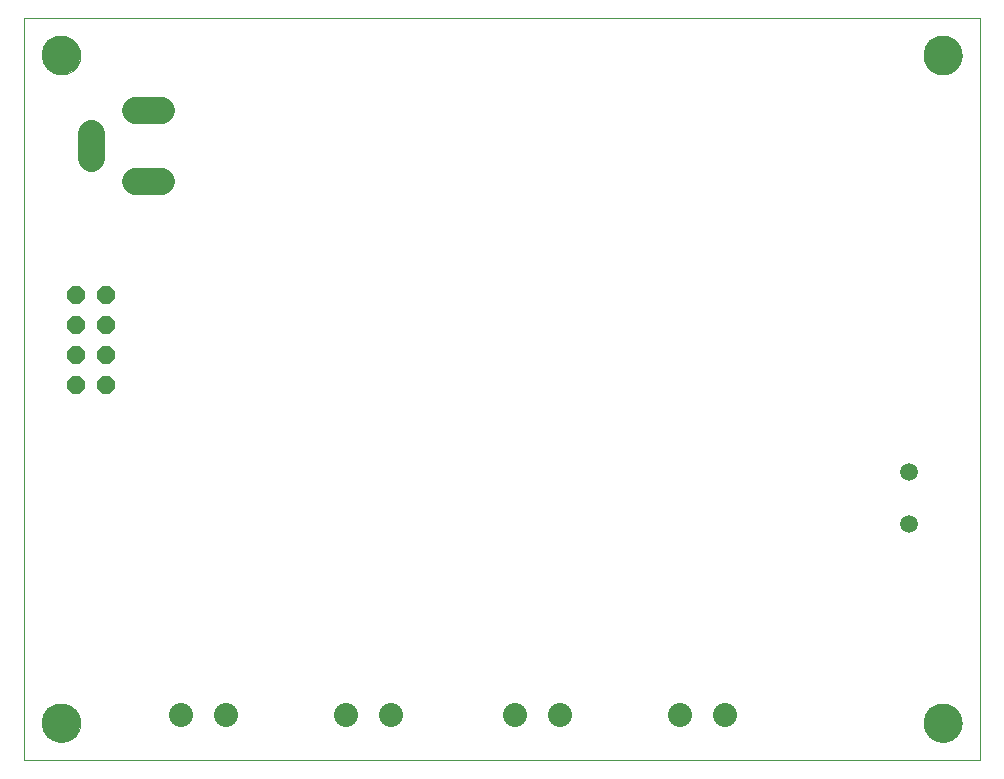
<source format=gbs>
G75*
%MOIN*%
%OFA0B0*%
%FSLAX25Y25*%
%IPPOS*%
%LPD*%
%AMOC8*
5,1,8,0,0,1.08239X$1,22.5*
%
%ADD10C,0.00000*%
%ADD11C,0.12998*%
%ADD12C,0.09000*%
%ADD13C,0.08000*%
%ADD14OC8,0.06000*%
%ADD15C,0.05943*%
D10*
X0077433Y0110435D02*
X0077433Y0357895D01*
X0396134Y0357895D01*
X0396134Y0110435D01*
X0077433Y0110435D01*
X0083634Y0122935D02*
X0083636Y0123093D01*
X0083642Y0123251D01*
X0083652Y0123409D01*
X0083666Y0123567D01*
X0083684Y0123724D01*
X0083705Y0123881D01*
X0083731Y0124037D01*
X0083761Y0124193D01*
X0083794Y0124348D01*
X0083832Y0124501D01*
X0083873Y0124654D01*
X0083918Y0124806D01*
X0083967Y0124957D01*
X0084020Y0125106D01*
X0084076Y0125254D01*
X0084136Y0125400D01*
X0084200Y0125545D01*
X0084268Y0125688D01*
X0084339Y0125830D01*
X0084413Y0125970D01*
X0084491Y0126107D01*
X0084573Y0126243D01*
X0084657Y0126377D01*
X0084746Y0126508D01*
X0084837Y0126637D01*
X0084932Y0126764D01*
X0085029Y0126889D01*
X0085130Y0127011D01*
X0085234Y0127130D01*
X0085341Y0127247D01*
X0085451Y0127361D01*
X0085564Y0127472D01*
X0085679Y0127581D01*
X0085797Y0127686D01*
X0085918Y0127788D01*
X0086041Y0127888D01*
X0086167Y0127984D01*
X0086295Y0128077D01*
X0086425Y0128167D01*
X0086558Y0128253D01*
X0086693Y0128337D01*
X0086829Y0128416D01*
X0086968Y0128493D01*
X0087109Y0128565D01*
X0087251Y0128635D01*
X0087395Y0128700D01*
X0087541Y0128762D01*
X0087688Y0128820D01*
X0087837Y0128875D01*
X0087987Y0128926D01*
X0088138Y0128973D01*
X0088290Y0129016D01*
X0088443Y0129055D01*
X0088598Y0129091D01*
X0088753Y0129122D01*
X0088909Y0129150D01*
X0089065Y0129174D01*
X0089222Y0129194D01*
X0089380Y0129210D01*
X0089537Y0129222D01*
X0089696Y0129230D01*
X0089854Y0129234D01*
X0090012Y0129234D01*
X0090170Y0129230D01*
X0090329Y0129222D01*
X0090486Y0129210D01*
X0090644Y0129194D01*
X0090801Y0129174D01*
X0090957Y0129150D01*
X0091113Y0129122D01*
X0091268Y0129091D01*
X0091423Y0129055D01*
X0091576Y0129016D01*
X0091728Y0128973D01*
X0091879Y0128926D01*
X0092029Y0128875D01*
X0092178Y0128820D01*
X0092325Y0128762D01*
X0092471Y0128700D01*
X0092615Y0128635D01*
X0092757Y0128565D01*
X0092898Y0128493D01*
X0093037Y0128416D01*
X0093173Y0128337D01*
X0093308Y0128253D01*
X0093441Y0128167D01*
X0093571Y0128077D01*
X0093699Y0127984D01*
X0093825Y0127888D01*
X0093948Y0127788D01*
X0094069Y0127686D01*
X0094187Y0127581D01*
X0094302Y0127472D01*
X0094415Y0127361D01*
X0094525Y0127247D01*
X0094632Y0127130D01*
X0094736Y0127011D01*
X0094837Y0126889D01*
X0094934Y0126764D01*
X0095029Y0126637D01*
X0095120Y0126508D01*
X0095209Y0126377D01*
X0095293Y0126243D01*
X0095375Y0126107D01*
X0095453Y0125970D01*
X0095527Y0125830D01*
X0095598Y0125688D01*
X0095666Y0125545D01*
X0095730Y0125400D01*
X0095790Y0125254D01*
X0095846Y0125106D01*
X0095899Y0124957D01*
X0095948Y0124806D01*
X0095993Y0124654D01*
X0096034Y0124501D01*
X0096072Y0124348D01*
X0096105Y0124193D01*
X0096135Y0124037D01*
X0096161Y0123881D01*
X0096182Y0123724D01*
X0096200Y0123567D01*
X0096214Y0123409D01*
X0096224Y0123251D01*
X0096230Y0123093D01*
X0096232Y0122935D01*
X0096230Y0122777D01*
X0096224Y0122619D01*
X0096214Y0122461D01*
X0096200Y0122303D01*
X0096182Y0122146D01*
X0096161Y0121989D01*
X0096135Y0121833D01*
X0096105Y0121677D01*
X0096072Y0121522D01*
X0096034Y0121369D01*
X0095993Y0121216D01*
X0095948Y0121064D01*
X0095899Y0120913D01*
X0095846Y0120764D01*
X0095790Y0120616D01*
X0095730Y0120470D01*
X0095666Y0120325D01*
X0095598Y0120182D01*
X0095527Y0120040D01*
X0095453Y0119900D01*
X0095375Y0119763D01*
X0095293Y0119627D01*
X0095209Y0119493D01*
X0095120Y0119362D01*
X0095029Y0119233D01*
X0094934Y0119106D01*
X0094837Y0118981D01*
X0094736Y0118859D01*
X0094632Y0118740D01*
X0094525Y0118623D01*
X0094415Y0118509D01*
X0094302Y0118398D01*
X0094187Y0118289D01*
X0094069Y0118184D01*
X0093948Y0118082D01*
X0093825Y0117982D01*
X0093699Y0117886D01*
X0093571Y0117793D01*
X0093441Y0117703D01*
X0093308Y0117617D01*
X0093173Y0117533D01*
X0093037Y0117454D01*
X0092898Y0117377D01*
X0092757Y0117305D01*
X0092615Y0117235D01*
X0092471Y0117170D01*
X0092325Y0117108D01*
X0092178Y0117050D01*
X0092029Y0116995D01*
X0091879Y0116944D01*
X0091728Y0116897D01*
X0091576Y0116854D01*
X0091423Y0116815D01*
X0091268Y0116779D01*
X0091113Y0116748D01*
X0090957Y0116720D01*
X0090801Y0116696D01*
X0090644Y0116676D01*
X0090486Y0116660D01*
X0090329Y0116648D01*
X0090170Y0116640D01*
X0090012Y0116636D01*
X0089854Y0116636D01*
X0089696Y0116640D01*
X0089537Y0116648D01*
X0089380Y0116660D01*
X0089222Y0116676D01*
X0089065Y0116696D01*
X0088909Y0116720D01*
X0088753Y0116748D01*
X0088598Y0116779D01*
X0088443Y0116815D01*
X0088290Y0116854D01*
X0088138Y0116897D01*
X0087987Y0116944D01*
X0087837Y0116995D01*
X0087688Y0117050D01*
X0087541Y0117108D01*
X0087395Y0117170D01*
X0087251Y0117235D01*
X0087109Y0117305D01*
X0086968Y0117377D01*
X0086829Y0117454D01*
X0086693Y0117533D01*
X0086558Y0117617D01*
X0086425Y0117703D01*
X0086295Y0117793D01*
X0086167Y0117886D01*
X0086041Y0117982D01*
X0085918Y0118082D01*
X0085797Y0118184D01*
X0085679Y0118289D01*
X0085564Y0118398D01*
X0085451Y0118509D01*
X0085341Y0118623D01*
X0085234Y0118740D01*
X0085130Y0118859D01*
X0085029Y0118981D01*
X0084932Y0119106D01*
X0084837Y0119233D01*
X0084746Y0119362D01*
X0084657Y0119493D01*
X0084573Y0119627D01*
X0084491Y0119763D01*
X0084413Y0119900D01*
X0084339Y0120040D01*
X0084268Y0120182D01*
X0084200Y0120325D01*
X0084136Y0120470D01*
X0084076Y0120616D01*
X0084020Y0120764D01*
X0083967Y0120913D01*
X0083918Y0121064D01*
X0083873Y0121216D01*
X0083832Y0121369D01*
X0083794Y0121522D01*
X0083761Y0121677D01*
X0083731Y0121833D01*
X0083705Y0121989D01*
X0083684Y0122146D01*
X0083666Y0122303D01*
X0083652Y0122461D01*
X0083642Y0122619D01*
X0083636Y0122777D01*
X0083634Y0122935D01*
X0083634Y0345435D02*
X0083636Y0345593D01*
X0083642Y0345751D01*
X0083652Y0345909D01*
X0083666Y0346067D01*
X0083684Y0346224D01*
X0083705Y0346381D01*
X0083731Y0346537D01*
X0083761Y0346693D01*
X0083794Y0346848D01*
X0083832Y0347001D01*
X0083873Y0347154D01*
X0083918Y0347306D01*
X0083967Y0347457D01*
X0084020Y0347606D01*
X0084076Y0347754D01*
X0084136Y0347900D01*
X0084200Y0348045D01*
X0084268Y0348188D01*
X0084339Y0348330D01*
X0084413Y0348470D01*
X0084491Y0348607D01*
X0084573Y0348743D01*
X0084657Y0348877D01*
X0084746Y0349008D01*
X0084837Y0349137D01*
X0084932Y0349264D01*
X0085029Y0349389D01*
X0085130Y0349511D01*
X0085234Y0349630D01*
X0085341Y0349747D01*
X0085451Y0349861D01*
X0085564Y0349972D01*
X0085679Y0350081D01*
X0085797Y0350186D01*
X0085918Y0350288D01*
X0086041Y0350388D01*
X0086167Y0350484D01*
X0086295Y0350577D01*
X0086425Y0350667D01*
X0086558Y0350753D01*
X0086693Y0350837D01*
X0086829Y0350916D01*
X0086968Y0350993D01*
X0087109Y0351065D01*
X0087251Y0351135D01*
X0087395Y0351200D01*
X0087541Y0351262D01*
X0087688Y0351320D01*
X0087837Y0351375D01*
X0087987Y0351426D01*
X0088138Y0351473D01*
X0088290Y0351516D01*
X0088443Y0351555D01*
X0088598Y0351591D01*
X0088753Y0351622D01*
X0088909Y0351650D01*
X0089065Y0351674D01*
X0089222Y0351694D01*
X0089380Y0351710D01*
X0089537Y0351722D01*
X0089696Y0351730D01*
X0089854Y0351734D01*
X0090012Y0351734D01*
X0090170Y0351730D01*
X0090329Y0351722D01*
X0090486Y0351710D01*
X0090644Y0351694D01*
X0090801Y0351674D01*
X0090957Y0351650D01*
X0091113Y0351622D01*
X0091268Y0351591D01*
X0091423Y0351555D01*
X0091576Y0351516D01*
X0091728Y0351473D01*
X0091879Y0351426D01*
X0092029Y0351375D01*
X0092178Y0351320D01*
X0092325Y0351262D01*
X0092471Y0351200D01*
X0092615Y0351135D01*
X0092757Y0351065D01*
X0092898Y0350993D01*
X0093037Y0350916D01*
X0093173Y0350837D01*
X0093308Y0350753D01*
X0093441Y0350667D01*
X0093571Y0350577D01*
X0093699Y0350484D01*
X0093825Y0350388D01*
X0093948Y0350288D01*
X0094069Y0350186D01*
X0094187Y0350081D01*
X0094302Y0349972D01*
X0094415Y0349861D01*
X0094525Y0349747D01*
X0094632Y0349630D01*
X0094736Y0349511D01*
X0094837Y0349389D01*
X0094934Y0349264D01*
X0095029Y0349137D01*
X0095120Y0349008D01*
X0095209Y0348877D01*
X0095293Y0348743D01*
X0095375Y0348607D01*
X0095453Y0348470D01*
X0095527Y0348330D01*
X0095598Y0348188D01*
X0095666Y0348045D01*
X0095730Y0347900D01*
X0095790Y0347754D01*
X0095846Y0347606D01*
X0095899Y0347457D01*
X0095948Y0347306D01*
X0095993Y0347154D01*
X0096034Y0347001D01*
X0096072Y0346848D01*
X0096105Y0346693D01*
X0096135Y0346537D01*
X0096161Y0346381D01*
X0096182Y0346224D01*
X0096200Y0346067D01*
X0096214Y0345909D01*
X0096224Y0345751D01*
X0096230Y0345593D01*
X0096232Y0345435D01*
X0096230Y0345277D01*
X0096224Y0345119D01*
X0096214Y0344961D01*
X0096200Y0344803D01*
X0096182Y0344646D01*
X0096161Y0344489D01*
X0096135Y0344333D01*
X0096105Y0344177D01*
X0096072Y0344022D01*
X0096034Y0343869D01*
X0095993Y0343716D01*
X0095948Y0343564D01*
X0095899Y0343413D01*
X0095846Y0343264D01*
X0095790Y0343116D01*
X0095730Y0342970D01*
X0095666Y0342825D01*
X0095598Y0342682D01*
X0095527Y0342540D01*
X0095453Y0342400D01*
X0095375Y0342263D01*
X0095293Y0342127D01*
X0095209Y0341993D01*
X0095120Y0341862D01*
X0095029Y0341733D01*
X0094934Y0341606D01*
X0094837Y0341481D01*
X0094736Y0341359D01*
X0094632Y0341240D01*
X0094525Y0341123D01*
X0094415Y0341009D01*
X0094302Y0340898D01*
X0094187Y0340789D01*
X0094069Y0340684D01*
X0093948Y0340582D01*
X0093825Y0340482D01*
X0093699Y0340386D01*
X0093571Y0340293D01*
X0093441Y0340203D01*
X0093308Y0340117D01*
X0093173Y0340033D01*
X0093037Y0339954D01*
X0092898Y0339877D01*
X0092757Y0339805D01*
X0092615Y0339735D01*
X0092471Y0339670D01*
X0092325Y0339608D01*
X0092178Y0339550D01*
X0092029Y0339495D01*
X0091879Y0339444D01*
X0091728Y0339397D01*
X0091576Y0339354D01*
X0091423Y0339315D01*
X0091268Y0339279D01*
X0091113Y0339248D01*
X0090957Y0339220D01*
X0090801Y0339196D01*
X0090644Y0339176D01*
X0090486Y0339160D01*
X0090329Y0339148D01*
X0090170Y0339140D01*
X0090012Y0339136D01*
X0089854Y0339136D01*
X0089696Y0339140D01*
X0089537Y0339148D01*
X0089380Y0339160D01*
X0089222Y0339176D01*
X0089065Y0339196D01*
X0088909Y0339220D01*
X0088753Y0339248D01*
X0088598Y0339279D01*
X0088443Y0339315D01*
X0088290Y0339354D01*
X0088138Y0339397D01*
X0087987Y0339444D01*
X0087837Y0339495D01*
X0087688Y0339550D01*
X0087541Y0339608D01*
X0087395Y0339670D01*
X0087251Y0339735D01*
X0087109Y0339805D01*
X0086968Y0339877D01*
X0086829Y0339954D01*
X0086693Y0340033D01*
X0086558Y0340117D01*
X0086425Y0340203D01*
X0086295Y0340293D01*
X0086167Y0340386D01*
X0086041Y0340482D01*
X0085918Y0340582D01*
X0085797Y0340684D01*
X0085679Y0340789D01*
X0085564Y0340898D01*
X0085451Y0341009D01*
X0085341Y0341123D01*
X0085234Y0341240D01*
X0085130Y0341359D01*
X0085029Y0341481D01*
X0084932Y0341606D01*
X0084837Y0341733D01*
X0084746Y0341862D01*
X0084657Y0341993D01*
X0084573Y0342127D01*
X0084491Y0342263D01*
X0084413Y0342400D01*
X0084339Y0342540D01*
X0084268Y0342682D01*
X0084200Y0342825D01*
X0084136Y0342970D01*
X0084076Y0343116D01*
X0084020Y0343264D01*
X0083967Y0343413D01*
X0083918Y0343564D01*
X0083873Y0343716D01*
X0083832Y0343869D01*
X0083794Y0344022D01*
X0083761Y0344177D01*
X0083731Y0344333D01*
X0083705Y0344489D01*
X0083684Y0344646D01*
X0083666Y0344803D01*
X0083652Y0344961D01*
X0083642Y0345119D01*
X0083636Y0345277D01*
X0083634Y0345435D01*
X0377384Y0345435D02*
X0377386Y0345593D01*
X0377392Y0345751D01*
X0377402Y0345909D01*
X0377416Y0346067D01*
X0377434Y0346224D01*
X0377455Y0346381D01*
X0377481Y0346537D01*
X0377511Y0346693D01*
X0377544Y0346848D01*
X0377582Y0347001D01*
X0377623Y0347154D01*
X0377668Y0347306D01*
X0377717Y0347457D01*
X0377770Y0347606D01*
X0377826Y0347754D01*
X0377886Y0347900D01*
X0377950Y0348045D01*
X0378018Y0348188D01*
X0378089Y0348330D01*
X0378163Y0348470D01*
X0378241Y0348607D01*
X0378323Y0348743D01*
X0378407Y0348877D01*
X0378496Y0349008D01*
X0378587Y0349137D01*
X0378682Y0349264D01*
X0378779Y0349389D01*
X0378880Y0349511D01*
X0378984Y0349630D01*
X0379091Y0349747D01*
X0379201Y0349861D01*
X0379314Y0349972D01*
X0379429Y0350081D01*
X0379547Y0350186D01*
X0379668Y0350288D01*
X0379791Y0350388D01*
X0379917Y0350484D01*
X0380045Y0350577D01*
X0380175Y0350667D01*
X0380308Y0350753D01*
X0380443Y0350837D01*
X0380579Y0350916D01*
X0380718Y0350993D01*
X0380859Y0351065D01*
X0381001Y0351135D01*
X0381145Y0351200D01*
X0381291Y0351262D01*
X0381438Y0351320D01*
X0381587Y0351375D01*
X0381737Y0351426D01*
X0381888Y0351473D01*
X0382040Y0351516D01*
X0382193Y0351555D01*
X0382348Y0351591D01*
X0382503Y0351622D01*
X0382659Y0351650D01*
X0382815Y0351674D01*
X0382972Y0351694D01*
X0383130Y0351710D01*
X0383287Y0351722D01*
X0383446Y0351730D01*
X0383604Y0351734D01*
X0383762Y0351734D01*
X0383920Y0351730D01*
X0384079Y0351722D01*
X0384236Y0351710D01*
X0384394Y0351694D01*
X0384551Y0351674D01*
X0384707Y0351650D01*
X0384863Y0351622D01*
X0385018Y0351591D01*
X0385173Y0351555D01*
X0385326Y0351516D01*
X0385478Y0351473D01*
X0385629Y0351426D01*
X0385779Y0351375D01*
X0385928Y0351320D01*
X0386075Y0351262D01*
X0386221Y0351200D01*
X0386365Y0351135D01*
X0386507Y0351065D01*
X0386648Y0350993D01*
X0386787Y0350916D01*
X0386923Y0350837D01*
X0387058Y0350753D01*
X0387191Y0350667D01*
X0387321Y0350577D01*
X0387449Y0350484D01*
X0387575Y0350388D01*
X0387698Y0350288D01*
X0387819Y0350186D01*
X0387937Y0350081D01*
X0388052Y0349972D01*
X0388165Y0349861D01*
X0388275Y0349747D01*
X0388382Y0349630D01*
X0388486Y0349511D01*
X0388587Y0349389D01*
X0388684Y0349264D01*
X0388779Y0349137D01*
X0388870Y0349008D01*
X0388959Y0348877D01*
X0389043Y0348743D01*
X0389125Y0348607D01*
X0389203Y0348470D01*
X0389277Y0348330D01*
X0389348Y0348188D01*
X0389416Y0348045D01*
X0389480Y0347900D01*
X0389540Y0347754D01*
X0389596Y0347606D01*
X0389649Y0347457D01*
X0389698Y0347306D01*
X0389743Y0347154D01*
X0389784Y0347001D01*
X0389822Y0346848D01*
X0389855Y0346693D01*
X0389885Y0346537D01*
X0389911Y0346381D01*
X0389932Y0346224D01*
X0389950Y0346067D01*
X0389964Y0345909D01*
X0389974Y0345751D01*
X0389980Y0345593D01*
X0389982Y0345435D01*
X0389980Y0345277D01*
X0389974Y0345119D01*
X0389964Y0344961D01*
X0389950Y0344803D01*
X0389932Y0344646D01*
X0389911Y0344489D01*
X0389885Y0344333D01*
X0389855Y0344177D01*
X0389822Y0344022D01*
X0389784Y0343869D01*
X0389743Y0343716D01*
X0389698Y0343564D01*
X0389649Y0343413D01*
X0389596Y0343264D01*
X0389540Y0343116D01*
X0389480Y0342970D01*
X0389416Y0342825D01*
X0389348Y0342682D01*
X0389277Y0342540D01*
X0389203Y0342400D01*
X0389125Y0342263D01*
X0389043Y0342127D01*
X0388959Y0341993D01*
X0388870Y0341862D01*
X0388779Y0341733D01*
X0388684Y0341606D01*
X0388587Y0341481D01*
X0388486Y0341359D01*
X0388382Y0341240D01*
X0388275Y0341123D01*
X0388165Y0341009D01*
X0388052Y0340898D01*
X0387937Y0340789D01*
X0387819Y0340684D01*
X0387698Y0340582D01*
X0387575Y0340482D01*
X0387449Y0340386D01*
X0387321Y0340293D01*
X0387191Y0340203D01*
X0387058Y0340117D01*
X0386923Y0340033D01*
X0386787Y0339954D01*
X0386648Y0339877D01*
X0386507Y0339805D01*
X0386365Y0339735D01*
X0386221Y0339670D01*
X0386075Y0339608D01*
X0385928Y0339550D01*
X0385779Y0339495D01*
X0385629Y0339444D01*
X0385478Y0339397D01*
X0385326Y0339354D01*
X0385173Y0339315D01*
X0385018Y0339279D01*
X0384863Y0339248D01*
X0384707Y0339220D01*
X0384551Y0339196D01*
X0384394Y0339176D01*
X0384236Y0339160D01*
X0384079Y0339148D01*
X0383920Y0339140D01*
X0383762Y0339136D01*
X0383604Y0339136D01*
X0383446Y0339140D01*
X0383287Y0339148D01*
X0383130Y0339160D01*
X0382972Y0339176D01*
X0382815Y0339196D01*
X0382659Y0339220D01*
X0382503Y0339248D01*
X0382348Y0339279D01*
X0382193Y0339315D01*
X0382040Y0339354D01*
X0381888Y0339397D01*
X0381737Y0339444D01*
X0381587Y0339495D01*
X0381438Y0339550D01*
X0381291Y0339608D01*
X0381145Y0339670D01*
X0381001Y0339735D01*
X0380859Y0339805D01*
X0380718Y0339877D01*
X0380579Y0339954D01*
X0380443Y0340033D01*
X0380308Y0340117D01*
X0380175Y0340203D01*
X0380045Y0340293D01*
X0379917Y0340386D01*
X0379791Y0340482D01*
X0379668Y0340582D01*
X0379547Y0340684D01*
X0379429Y0340789D01*
X0379314Y0340898D01*
X0379201Y0341009D01*
X0379091Y0341123D01*
X0378984Y0341240D01*
X0378880Y0341359D01*
X0378779Y0341481D01*
X0378682Y0341606D01*
X0378587Y0341733D01*
X0378496Y0341862D01*
X0378407Y0341993D01*
X0378323Y0342127D01*
X0378241Y0342263D01*
X0378163Y0342400D01*
X0378089Y0342540D01*
X0378018Y0342682D01*
X0377950Y0342825D01*
X0377886Y0342970D01*
X0377826Y0343116D01*
X0377770Y0343264D01*
X0377717Y0343413D01*
X0377668Y0343564D01*
X0377623Y0343716D01*
X0377582Y0343869D01*
X0377544Y0344022D01*
X0377511Y0344177D01*
X0377481Y0344333D01*
X0377455Y0344489D01*
X0377434Y0344646D01*
X0377416Y0344803D01*
X0377402Y0344961D01*
X0377392Y0345119D01*
X0377386Y0345277D01*
X0377384Y0345435D01*
X0377384Y0122935D02*
X0377386Y0123093D01*
X0377392Y0123251D01*
X0377402Y0123409D01*
X0377416Y0123567D01*
X0377434Y0123724D01*
X0377455Y0123881D01*
X0377481Y0124037D01*
X0377511Y0124193D01*
X0377544Y0124348D01*
X0377582Y0124501D01*
X0377623Y0124654D01*
X0377668Y0124806D01*
X0377717Y0124957D01*
X0377770Y0125106D01*
X0377826Y0125254D01*
X0377886Y0125400D01*
X0377950Y0125545D01*
X0378018Y0125688D01*
X0378089Y0125830D01*
X0378163Y0125970D01*
X0378241Y0126107D01*
X0378323Y0126243D01*
X0378407Y0126377D01*
X0378496Y0126508D01*
X0378587Y0126637D01*
X0378682Y0126764D01*
X0378779Y0126889D01*
X0378880Y0127011D01*
X0378984Y0127130D01*
X0379091Y0127247D01*
X0379201Y0127361D01*
X0379314Y0127472D01*
X0379429Y0127581D01*
X0379547Y0127686D01*
X0379668Y0127788D01*
X0379791Y0127888D01*
X0379917Y0127984D01*
X0380045Y0128077D01*
X0380175Y0128167D01*
X0380308Y0128253D01*
X0380443Y0128337D01*
X0380579Y0128416D01*
X0380718Y0128493D01*
X0380859Y0128565D01*
X0381001Y0128635D01*
X0381145Y0128700D01*
X0381291Y0128762D01*
X0381438Y0128820D01*
X0381587Y0128875D01*
X0381737Y0128926D01*
X0381888Y0128973D01*
X0382040Y0129016D01*
X0382193Y0129055D01*
X0382348Y0129091D01*
X0382503Y0129122D01*
X0382659Y0129150D01*
X0382815Y0129174D01*
X0382972Y0129194D01*
X0383130Y0129210D01*
X0383287Y0129222D01*
X0383446Y0129230D01*
X0383604Y0129234D01*
X0383762Y0129234D01*
X0383920Y0129230D01*
X0384079Y0129222D01*
X0384236Y0129210D01*
X0384394Y0129194D01*
X0384551Y0129174D01*
X0384707Y0129150D01*
X0384863Y0129122D01*
X0385018Y0129091D01*
X0385173Y0129055D01*
X0385326Y0129016D01*
X0385478Y0128973D01*
X0385629Y0128926D01*
X0385779Y0128875D01*
X0385928Y0128820D01*
X0386075Y0128762D01*
X0386221Y0128700D01*
X0386365Y0128635D01*
X0386507Y0128565D01*
X0386648Y0128493D01*
X0386787Y0128416D01*
X0386923Y0128337D01*
X0387058Y0128253D01*
X0387191Y0128167D01*
X0387321Y0128077D01*
X0387449Y0127984D01*
X0387575Y0127888D01*
X0387698Y0127788D01*
X0387819Y0127686D01*
X0387937Y0127581D01*
X0388052Y0127472D01*
X0388165Y0127361D01*
X0388275Y0127247D01*
X0388382Y0127130D01*
X0388486Y0127011D01*
X0388587Y0126889D01*
X0388684Y0126764D01*
X0388779Y0126637D01*
X0388870Y0126508D01*
X0388959Y0126377D01*
X0389043Y0126243D01*
X0389125Y0126107D01*
X0389203Y0125970D01*
X0389277Y0125830D01*
X0389348Y0125688D01*
X0389416Y0125545D01*
X0389480Y0125400D01*
X0389540Y0125254D01*
X0389596Y0125106D01*
X0389649Y0124957D01*
X0389698Y0124806D01*
X0389743Y0124654D01*
X0389784Y0124501D01*
X0389822Y0124348D01*
X0389855Y0124193D01*
X0389885Y0124037D01*
X0389911Y0123881D01*
X0389932Y0123724D01*
X0389950Y0123567D01*
X0389964Y0123409D01*
X0389974Y0123251D01*
X0389980Y0123093D01*
X0389982Y0122935D01*
X0389980Y0122777D01*
X0389974Y0122619D01*
X0389964Y0122461D01*
X0389950Y0122303D01*
X0389932Y0122146D01*
X0389911Y0121989D01*
X0389885Y0121833D01*
X0389855Y0121677D01*
X0389822Y0121522D01*
X0389784Y0121369D01*
X0389743Y0121216D01*
X0389698Y0121064D01*
X0389649Y0120913D01*
X0389596Y0120764D01*
X0389540Y0120616D01*
X0389480Y0120470D01*
X0389416Y0120325D01*
X0389348Y0120182D01*
X0389277Y0120040D01*
X0389203Y0119900D01*
X0389125Y0119763D01*
X0389043Y0119627D01*
X0388959Y0119493D01*
X0388870Y0119362D01*
X0388779Y0119233D01*
X0388684Y0119106D01*
X0388587Y0118981D01*
X0388486Y0118859D01*
X0388382Y0118740D01*
X0388275Y0118623D01*
X0388165Y0118509D01*
X0388052Y0118398D01*
X0387937Y0118289D01*
X0387819Y0118184D01*
X0387698Y0118082D01*
X0387575Y0117982D01*
X0387449Y0117886D01*
X0387321Y0117793D01*
X0387191Y0117703D01*
X0387058Y0117617D01*
X0386923Y0117533D01*
X0386787Y0117454D01*
X0386648Y0117377D01*
X0386507Y0117305D01*
X0386365Y0117235D01*
X0386221Y0117170D01*
X0386075Y0117108D01*
X0385928Y0117050D01*
X0385779Y0116995D01*
X0385629Y0116944D01*
X0385478Y0116897D01*
X0385326Y0116854D01*
X0385173Y0116815D01*
X0385018Y0116779D01*
X0384863Y0116748D01*
X0384707Y0116720D01*
X0384551Y0116696D01*
X0384394Y0116676D01*
X0384236Y0116660D01*
X0384079Y0116648D01*
X0383920Y0116640D01*
X0383762Y0116636D01*
X0383604Y0116636D01*
X0383446Y0116640D01*
X0383287Y0116648D01*
X0383130Y0116660D01*
X0382972Y0116676D01*
X0382815Y0116696D01*
X0382659Y0116720D01*
X0382503Y0116748D01*
X0382348Y0116779D01*
X0382193Y0116815D01*
X0382040Y0116854D01*
X0381888Y0116897D01*
X0381737Y0116944D01*
X0381587Y0116995D01*
X0381438Y0117050D01*
X0381291Y0117108D01*
X0381145Y0117170D01*
X0381001Y0117235D01*
X0380859Y0117305D01*
X0380718Y0117377D01*
X0380579Y0117454D01*
X0380443Y0117533D01*
X0380308Y0117617D01*
X0380175Y0117703D01*
X0380045Y0117793D01*
X0379917Y0117886D01*
X0379791Y0117982D01*
X0379668Y0118082D01*
X0379547Y0118184D01*
X0379429Y0118289D01*
X0379314Y0118398D01*
X0379201Y0118509D01*
X0379091Y0118623D01*
X0378984Y0118740D01*
X0378880Y0118859D01*
X0378779Y0118981D01*
X0378682Y0119106D01*
X0378587Y0119233D01*
X0378496Y0119362D01*
X0378407Y0119493D01*
X0378323Y0119627D01*
X0378241Y0119763D01*
X0378163Y0119900D01*
X0378089Y0120040D01*
X0378018Y0120182D01*
X0377950Y0120325D01*
X0377886Y0120470D01*
X0377826Y0120616D01*
X0377770Y0120764D01*
X0377717Y0120913D01*
X0377668Y0121064D01*
X0377623Y0121216D01*
X0377582Y0121369D01*
X0377544Y0121522D01*
X0377511Y0121677D01*
X0377481Y0121833D01*
X0377455Y0121989D01*
X0377434Y0122146D01*
X0377416Y0122303D01*
X0377402Y0122461D01*
X0377392Y0122619D01*
X0377386Y0122777D01*
X0377384Y0122935D01*
D11*
X0383683Y0122935D03*
X0383683Y0345435D03*
X0089933Y0345435D03*
X0089933Y0122935D03*
D12*
X0114383Y0303624D02*
X0122983Y0303624D01*
X0099786Y0311135D02*
X0099786Y0319735D01*
X0114383Y0327246D02*
X0122983Y0327246D01*
D13*
X0129933Y0125435D03*
X0144933Y0125435D03*
X0184933Y0125435D03*
X0199933Y0125435D03*
X0241183Y0125435D03*
X0256183Y0125435D03*
X0296183Y0125435D03*
X0311183Y0125435D03*
D14*
X0104933Y0235435D03*
X0104933Y0245435D03*
X0104933Y0255435D03*
X0104933Y0265435D03*
X0094933Y0265435D03*
X0094933Y0255435D03*
X0094933Y0245435D03*
X0094933Y0235435D03*
D15*
X0372433Y0206596D03*
X0372433Y0189273D03*
M02*

</source>
